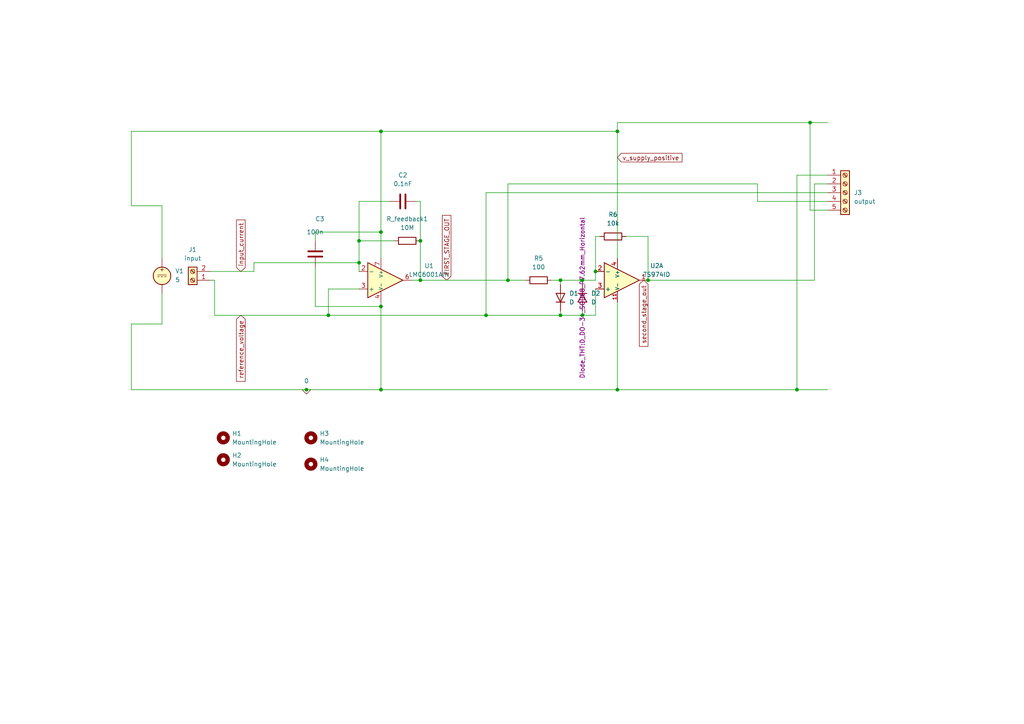
<source format=kicad_sch>
(kicad_sch (version 20230121) (generator eeschema)
  (paper "A4")
  (lib_symbols
    (symbol "Amplifier_Operational_AKL:LMC6001AIN" (pin_names (offset 0.2))
      (property "Reference" "U" (at 2.54 7.62 0))
      (property "Value" "LMC6001AIN" (at 2.54 5.08 0))
      (symbol "LMC6001AIN_0_1"
        (polyline (pts (xy -5.08 5.08) (xy -5.08 -5.08) (xy 5.08 0) (xy -5.08 5.08)) (stroke (width 0.254)) (fill (type background)))
      )
      (symbol "LMC6001AIN_1_1"
        (pin no_connect line (at 1.27 1.27 270) (length 2.54) hide (name "NC") (number "1"))
        (pin input line (at -7.62 2.54 0) (length 2.54) (name "-") (number "2"))
        (pin input line (at -7.62 -2.54 0) (length 2.54) (name "+") (number "3"))
        (pin power_in line (at -1.27 -6.35 90) (length 3.18) (name "V-") (number "4"))
        (pin no_connect line (at 0 -1.27 90) (length 2.54) hide (name "NC") (number "5"))
        (pin output line (at 7.62 0 180) (length 2.54) (name "~") (number "6"))
        (pin power_in line (at -1.27 6.35 270) (length 3.18) (name "V+") (number "7"))
        (pin no_connect line (at -2.54 -1.27 90) (length 2.54) hide (name "NC") (number "8"))
      )
    )
    (symbol "Amplifier_Operational_AKL:TS974ID" (pin_names (offset 0.2))
      (property "Reference" "U" (at 1.27 7.62 0))
      (property "Value" "TS974ID" (at 1.27 5.08 0))
      (symbol "TS974ID_0_1"
        (polyline (pts (xy -3.81 5.08) (xy -3.81 -5.08) (xy 6.35 0) (xy -3.81 5.08)) (stroke (width 0.254)) (fill (type background)))
      )
      (symbol "TS974ID_1_1"
        (pin output line (at 8.89 0 180) (length 2.54) (name "~") (number "1"))
        (pin power_in line (at 0 -6.35 90) (length 3.18) (name "V-") (number "11"))
        (pin input line (at -6.35 2.54 0) (length 2.54) (name "-") (number "2"))
        (pin input line (at -6.35 -2.54 0) (length 2.54) (name "+") (number "3"))
        (pin power_in line (at 0 6.35 270) (length 3.18) (name "V+") (number "4"))
      )
      (symbol "TS974ID_2_1"
        (pin input line (at -6.35 -2.54 0) (length 2.54) (name "+") (number "5"))
        (pin input line (at -6.35 2.54 0) (length 2.54) (name "-") (number "6"))
        (pin output line (at 8.89 0 180) (length 2.54) (name "~") (number "7"))
      )
      (symbol "TS974ID_3_1"
        (pin input line (at -6.35 -2.54 0) (length 2.54) (name "+") (number "10"))
        (pin output line (at 8.89 0 180) (length 2.54) (name "~") (number "8"))
        (pin input line (at -6.35 2.54 0) (length 2.54) (name "-") (number "9"))
      )
      (symbol "TS974ID_4_1"
        (pin input line (at -6.35 -2.54 0) (length 2.54) (name "+") (number "12"))
        (pin input line (at -6.35 2.54 0) (length 2.54) (name "-") (number "13"))
        (pin output line (at 8.89 0 180) (length 2.54) (name "~") (number "14"))
      )
    )
    (symbol "Capacitor_AKL:C_Rect_L13.0mm_W6.0mm_P10.00mm" (pin_numbers hide) (pin_names (offset 0.254))
      (property "Reference" "C" (at 0.635 2.54 0))
      (property "Value" "C_Rect_L13.0mm_W6.0mm_P10.00mm" (at 0.635 -2.54 0))
      (symbol "C_Rect_L13.0mm_W6.0mm_P10.00mm_0_1"
        (polyline (pts (xy -2.032 -0.762) (xy 2.032 -0.762)) (stroke (width 0.508)))
        (polyline (pts (xy -2.032 0.762) (xy 2.032 0.762)) (stroke (width 0.508)))
      )
      (symbol "C_Rect_L13.0mm_W6.0mm_P10.00mm_1_1"
        (pin passive line (at 0 3.81 270) (length 2.794) (name "~") (number "1"))
        (pin passive line (at 0 -3.81 90) (length 2.794) (name "~") (number "2"))
      )
    )
    (symbol "Connector:Screw_Terminal_01x02" (pin_names (offset 1.016) hide)
      (property "Reference" "J" (at 0 2.54 0))
      (property "Value" "Screw_Terminal_01x02" (at 0 -5.08 0))
      (symbol "Screw_Terminal_01x02_1_1"
        (rectangle (start -1.27 1.27) (end 1.27 -3.81) (stroke (width 0.254)) (fill (type background)))
        (circle (center 0 -2.54) (radius 0.635) (stroke (width 0.1524)))
        (polyline (pts (xy -0.5334 -2.2098) (xy 0.3302 -3.048)) (stroke (width 0.1524)))
        (polyline (pts (xy -0.5334 0.3302) (xy 0.3302 -0.508)) (stroke (width 0.1524)))
        (polyline (pts (xy -0.3556 -2.032) (xy 0.508 -2.8702)) (stroke (width 0.1524)))
        (polyline (pts (xy -0.3556 0.508) (xy 0.508 -0.3302)) (stroke (width 0.1524)))
        (circle (center 0 0) (radius 0.635) (stroke (width 0.1524)))
        (pin passive line (at -5.08 0 0) (length 3.81) (name "Pin_1") (number "1"))
        (pin passive line (at -5.08 -2.54 0) (length 3.81) (name "Pin_2") (number "2"))
      )
    )
    (symbol "Connector:Screw_Terminal_01x05" (pin_names (offset 1.016) hide)
      (property "Reference" "J" (at 0 7.62 0))
      (property "Value" "Screw_Terminal_01x05" (at 0 -7.62 0))
      (symbol "Screw_Terminal_01x05_1_1"
        (rectangle (start -1.27 6.35) (end 1.27 -6.35) (stroke (width 0.254)) (fill (type background)))
        (circle (center 0 -5.08) (radius 0.635) (stroke (width 0.1524)))
        (circle (center 0 -2.54) (radius 0.635) (stroke (width 0.1524)))
        (polyline (pts (xy -0.5334 -4.7498) (xy 0.3302 -5.588)) (stroke (width 0.1524)))
        (polyline (pts (xy -0.5334 -2.2098) (xy 0.3302 -3.048)) (stroke (width 0.1524)))
        (polyline (pts (xy -0.5334 0.3302) (xy 0.3302 -0.508)) (stroke (width 0.1524)))
        (polyline (pts (xy -0.5334 2.8702) (xy 0.3302 2.032)) (stroke (width 0.1524)))
        (polyline (pts (xy -0.5334 5.4102) (xy 0.3302 4.572)) (stroke (width 0.1524)))
        (polyline (pts (xy -0.3556 -4.572) (xy 0.508 -5.4102)) (stroke (width 0.1524)))
        (polyline (pts (xy -0.3556 -2.032) (xy 0.508 -2.8702)) (stroke (width 0.1524)))
        (polyline (pts (xy -0.3556 0.508) (xy 0.508 -0.3302)) (stroke (width 0.1524)))
        (polyline (pts (xy -0.3556 3.048) (xy 0.508 2.2098)) (stroke (width 0.1524)))
        (polyline (pts (xy -0.3556 5.588) (xy 0.508 4.7498)) (stroke (width 0.1524)))
        (circle (center 0 0) (radius 0.635) (stroke (width 0.1524)))
        (circle (center 0 2.54) (radius 0.635) (stroke (width 0.1524)))
        (circle (center 0 5.08) (radius 0.635) (stroke (width 0.1524)))
        (pin passive line (at -5.08 5.08 0) (length 3.81) (name "Pin_1") (number "1"))
        (pin passive line (at -5.08 2.54 0) (length 3.81) (name "Pin_2") (number "2"))
        (pin passive line (at -5.08 0 0) (length 3.81) (name "Pin_3") (number "3"))
        (pin passive line (at -5.08 -2.54 0) (length 3.81) (name "Pin_4") (number "4"))
        (pin passive line (at -5.08 -5.08 0) (length 3.81) (name "Pin_5") (number "5"))
      )
    )
    (symbol "Device:C" (pin_numbers hide) (pin_names (offset 0.254))
      (property "Reference" "C" (at 0.635 2.54 0))
      (property "Value" "C" (at 0.635 -2.54 0))
      (symbol "C_0_1"
        (polyline (pts (xy -2.032 -0.762) (xy 2.032 -0.762)) (stroke (width 0.508)))
        (polyline (pts (xy -2.032 0.762) (xy 2.032 0.762)) (stroke (width 0.508)))
      )
      (symbol "C_1_1"
        (pin passive line (at 0 3.81 270) (length 2.794) (name "~") (number "1"))
        (pin passive line (at 0 -3.81 90) (length 2.794) (name "~") (number "2"))
      )
    )
    (symbol "Device:D" (pin_numbers hide) (pin_names (offset 1.016) hide)
      (property "Reference" "D" (at 0 2.54 0))
      (property "Value" "D" (at 0 -2.54 0))
      (symbol "D_0_1"
        (polyline (pts (xy -1.27 1.27) (xy -1.27 -1.27)) (stroke (width 0.254)))
        (polyline (pts (xy 1.27 0) (xy -1.27 0)))
        (polyline (pts (xy 1.27 1.27) (xy 1.27 -1.27) (xy -1.27 0) (xy 1.27 1.27)) (stroke (width 0.254)))
      )
      (symbol "D_1_1"
        (pin passive line (at -3.81 0 0) (length 2.54) (name "K") (number "1"))
        (pin passive line (at 3.81 0 180) (length 2.54) (name "A") (number "2"))
      )
    )
    (symbol "Device:R" (pin_numbers hide) (pin_names (offset 0))
      (property "Reference" "R" (at 2.032 0 90))
      (property "Value" "R" (at 0 0 90))
      (symbol "R_0_1"
        (rectangle (start -1.016 -2.54) (end 1.016 2.54) (stroke (width 0.254)))
      )
      (symbol "R_1_1"
        (pin passive line (at 0 3.81 270) (length 1.27) (name "~") (number "1"))
        (pin passive line (at 0 -3.81 90) (length 1.27) (name "~") (number "2"))
      )
    )
    (symbol "Mechanical:MountingHole" (pin_names (offset 1.016))
      (property "Reference" "H" (at 0 5.08 0))
      (property "Value" "MountingHole" (at 0 3.175 0))
      (symbol "MountingHole_0_1"
        (circle (center 0 0) (radius 1.27) (stroke (width 1.27)))
      )
    )
    (symbol "Simulation_SPICE:0" (power) (pin_names (offset 0))
      (property "Value" "0" (at 0 -1.778 0))
      (symbol "0_0_1"
        (polyline (pts (xy -1.27 0) (xy 0 -1.27) (xy 1.27 0) (xy -1.27 0)))
      )
      (symbol "0_1_1"
        (pin power_in line (at 0 0 0) (length 0) hide (name "0") (number "1"))
      )
    )
    (symbol "Simulation_SPICE:VDC" (pin_numbers hide) (pin_names (offset 0.0254))
      (property "Reference" "V" (at 2.54 2.54 0))
      (property "Value" "1" (at 2.54 0 0))
      (symbol "VDC_0_0"
        (polyline (pts (xy -1.27 0.254) (xy 1.27 0.254)))
        (polyline (pts (xy -0.762 -0.254) (xy -1.27 -0.254)))
        (polyline (pts (xy 0.254 -0.254) (xy -0.254 -0.254)))
        (polyline (pts (xy 1.27 -0.254) (xy 0.762 -0.254)))
        (text "+" (at 0 1.905 0) (effects (font (size 1.27 1.27))))
      )
      (symbol "VDC_0_1"
        (circle (center 0 0) (radius 2.54) (stroke (width 0.254)) (fill (type background)))
      )
      (symbol "VDC_1_1"
        (pin passive line (at 0 5.08 270) (length 2.54) (name "~") (number "1"))
        (pin passive line (at 0 -5.08 90) (length 2.54) (name "~") (number "2"))
      )
    )
  )
  (junction (at 121.92 69.85))
  (junction (at 187.96 81.28))
  (junction (at 179.07 38.1))
  (junction (at 168.91 91.44))
  (junction (at 231.14 113.03))
  (junction (at 110.49 88.9))
  (junction (at 110.49 38.1))
  (junction (at 110.49 113.03))
  (junction (at 104.14 69.85))
  (junction (at 179.07 113.03))
  (junction (at 110.49 67.31))
  (junction (at 140.97 91.44))
  (junction (at 95.25 91.44))
  (junction (at 147.32 81.28))
  (junction (at 121.92 81.28))
  (junction (at 162.56 81.28))
  (junction (at 168.91 81.28))
  (junction (at 88.9 113.03))
  (junction (at 234.95 35.56))
  (junction (at 104.14 76.2))
  (junction (at 162.56 91.44))
  (junction (at 172.72 78.74))
  (wire (pts (xy 147.32 53.34) (xy 219.71 53.34)))
  (wire (pts (xy 110.49 67.31) (xy 110.49 74.93)))
  (wire (pts (xy 172.72 78.74) (xy 172.72 68.58)))
  (wire (pts (xy 172.72 81.28) (xy 172.72 78.74)))
  (wire (pts (xy 187.96 68.58) (xy 187.96 81.28)))
  (wire (pts (xy 231.14 50.8) (xy 240.03 50.8)))
  (wire (pts (xy 234.95 35.56) (xy 234.95 60.96)))
  (wire (pts (xy 236.22 53.34) (xy 240.03 53.34)))
  (wire (pts (xy 119.38 81.28) (xy 121.92 81.28)))
  (wire (pts (xy 168.91 81.28) (xy 172.72 81.28)))
  (wire (pts (xy 62.23 91.44) (xy 95.25 91.44)))
  (wire (pts (xy 73.66 76.2) (xy 73.66 78.74)))
  (wire (pts (xy 162.56 81.28) (xy 162.56 82.55)))
  (wire (pts (xy 168.91 81.28) (xy 168.91 82.55)))
  (wire (pts (xy 38.1 59.69) (xy 46.99 59.69)))
  (wire (pts (xy 172.72 91.44) (xy 172.72 83.82)))
  (wire (pts (xy 168.91 91.44) (xy 172.72 91.44)))
  (wire (pts (xy 187.96 81.28) (xy 236.22 81.28)))
  (wire (pts (xy 38.1 38.1) (xy 110.49 38.1)))
  (wire (pts (xy 179.07 113.03) (xy 231.14 113.03)))
  (wire (pts (xy 179.07 38.1) (xy 179.07 74.93)))
  (wire (pts (xy 38.1 59.69) (xy 38.1 38.1)))
  (wire (pts (xy 110.49 113.03) (xy 179.07 113.03)))
  (wire (pts (xy 121.92 58.42) (xy 120.65 58.42)))
  (wire (pts (xy 179.07 35.56) (xy 179.07 38.1)))
  (wire (pts (xy 95.25 91.44) (xy 95.25 83.82)))
  (wire (pts (xy 219.71 58.42) (xy 240.03 58.42)))
  (wire (pts (xy 104.14 69.85) (xy 114.3 69.85)))
  (wire (pts (xy 172.72 68.58) (xy 173.99 68.58)))
  (wire (pts (xy 73.66 78.74) (xy 60.96 78.74)))
  (wire (pts (xy 160.02 81.28) (xy 162.56 81.28)))
  (wire (pts (xy 140.97 55.88) (xy 140.97 91.44)))
  (wire (pts (xy 121.92 81.28) (xy 147.32 81.28)))
  (wire (pts (xy 88.9 113.03) (xy 110.49 113.03)))
  (wire (pts (xy 104.14 76.2) (xy 104.14 78.74)))
  (wire (pts (xy 219.71 53.34) (xy 219.71 58.42)))
  (wire (pts (xy 231.14 113.03) (xy 240.03 113.03)))
  (wire (pts (xy 121.92 81.28) (xy 121.92 69.85)))
  (wire (pts (xy 91.44 88.9) (xy 91.44 77.47)))
  (wire (pts (xy 110.49 88.9) (xy 91.44 88.9)))
  (wire (pts (xy 179.07 35.56) (xy 234.95 35.56)))
  (wire (pts (xy 91.44 69.85) (xy 91.44 67.31)))
  (wire (pts (xy 179.07 87.63) (xy 179.07 113.03)))
  (wire (pts (xy 95.25 91.44) (xy 140.97 91.44)))
  (wire (pts (xy 110.49 38.1) (xy 110.49 67.31)))
  (wire (pts (xy 110.49 87.63) (xy 110.49 88.9)))
  (wire (pts (xy 46.99 93.98) (xy 38.1 93.98)))
  (wire (pts (xy 234.95 35.56) (xy 240.03 35.56)))
  (wire (pts (xy 110.49 38.1) (xy 179.07 38.1)))
  (wire (pts (xy 231.14 50.8) (xy 231.14 113.03)))
  (wire (pts (xy 104.14 58.42) (xy 104.14 69.85)))
  (wire (pts (xy 162.56 81.28) (xy 168.91 81.28)))
  (wire (pts (xy 168.91 90.17) (xy 168.91 91.44)))
  (wire (pts (xy 162.56 90.17) (xy 162.56 91.44)))
  (wire (pts (xy 62.23 81.28) (xy 60.96 81.28)))
  (wire (pts (xy 73.66 76.2) (xy 104.14 76.2)))
  (wire (pts (xy 62.23 91.44) (xy 62.23 81.28)))
  (wire (pts (xy 38.1 113.03) (xy 88.9 113.03)))
  (wire (pts (xy 147.32 81.28) (xy 147.32 53.34)))
  (wire (pts (xy 147.32 81.28) (xy 152.4 81.28)))
  (wire (pts (xy 113.03 58.42) (xy 104.14 58.42)))
  (wire (pts (xy 186.69 81.28) (xy 187.96 81.28)))
  (wire (pts (xy 46.99 85.09) (xy 46.99 93.98)))
  (wire (pts (xy 236.22 81.28) (xy 236.22 53.34)))
  (wire (pts (xy 240.03 55.88) (xy 140.97 55.88)))
  (wire (pts (xy 46.99 74.93) (xy 46.99 59.69)))
  (wire (pts (xy 110.49 88.9) (xy 110.49 113.03)))
  (wire (pts (xy 95.25 83.82) (xy 104.14 83.82)))
  (wire (pts (xy 104.14 76.2) (xy 104.14 69.85)))
  (wire (pts (xy 240.03 60.96) (xy 234.95 60.96)))
  (wire (pts (xy 38.1 93.98) (xy 38.1 113.03)))
  (wire (pts (xy 181.61 68.58) (xy 187.96 68.58)))
  (wire (pts (xy 162.56 91.44) (xy 168.91 91.44)))
  (wire (pts (xy 140.97 91.44) (xy 162.56 91.44)))
  (wire (pts (xy 121.92 69.85) (xy 121.92 58.42)))
  (wire (pts (xy 91.44 67.31) (xy 110.49 67.31)))
  (global_label "input_current" (shape input) (at 69.85 78.74 90) (property "Intersheetrefs" "${INTERSHEET_REFS}" (effects hide)))
  (global_label "FIRST_STAGE_OUT" (shape input) (at 129.54 81.28 90) (property "Intersheetrefs" "${INTERSHEET_REFS}" (effects hide)))
  (global_label "second_stage_out" (shape input) (at 186.69 81.28 270) (property "Intersheetrefs" "${INTERSHEET_REFS}" (effects hide)))
  (global_label "v_supply_positive" (shape input) (at 179.07 45.72 0) (property "Intersheetrefs" "${INTERSHEET_REFS}" (effects hide)))
  (global_label "reference_voltage" (shape input) (at 69.85 91.44 270) (property "Intersheetrefs" "${INTERSHEET_REFS}" (effects hide)))
  (symbol (lib_id "Device:R") (at 177.8 68.58 90) (unit 1)
    (property "Reference" "R6" (at 177.8 62.23 90))
    (property "Value" "10k" (at 177.8 64.77 90))
    (property "Footprint" "Resistor_THT:R_Axial_DIN0207_L6.3mm_D2.5mm_P10.16mm_Horizontal" (effects hide))
  )
  (symbol (lib_id "Mechanical:MountingHole") (at 90.17 127 0) (unit 1)
    (property "Reference" "H3" (at 92.71 125.73 0) (effects (justify left)))
    (property "Value" "MountingHole" (at 92.71 128.27 0) (effects (justify left)))
    (property "Footprint" "MountingHole:MountingHole_3.2mm_M3_DIN965" (effects hide))
  )
  (symbol (lib_id "Device:D") (at 168.91 86.36 270) (unit 1)
    (property "Reference" "D2" (at 171.45 85.09 90) (effects (justify left)))
    (property "Value" "D" (at 171.45 87.63 90) (effects (justify left)))
    (property "Footprint" "Diode_THT:D_DO-34_SOD68_P7.62mm_Horizontal" (at 168.91 86.36 0))
    (property "Sim.Device" "D" (effects hide))
    (property "Sim.Pins" "1=K 2=A" (effects hide))
  )
  (symbol (lib_id "Connector:Screw_Terminal_01x05") (at 245.11 55.88 0) (unit 1)
    (property "Reference" "J3" (at 247.65 55.88 0) (effects (justify left)))
    (property "Value" "output" (at 247.65 58.42 0) (effects (justify left)))
    (property "Footprint" "TerminalBlock_MetzConnect:TerminalBlock_MetzConnect_Type101_RT01605HBWC_1x05_P5.08mm_Horizontal" (effects hide))
    (property "Sim.Device" "R" (effects hide))
    (property "Sim.Pins" "1=+ 2=-" (effects hide))
    (property "Sim.Params" "r=1G" (effects hide))
  )
  (symbol (lib_id "Device:R") (at 156.21 81.28 270) (unit 1)
    (property "Reference" "R5" (at 156.21 74.93 90))
    (property "Value" "100" (at 156.21 77.47 90))
    (property "Footprint" "Resistor_THT:R_Axial_DIN0207_L6.3mm_D2.5mm_P10.16mm_Horizontal" (effects hide))
  )
  (symbol (lib_id "Device:R") (at 118.11 69.85 90) (unit 1)
    (property "Reference" "R_feedback1" (at 118.11 63.5 90))
    (property "Value" "10M" (at 118.11 66.04 90))
    (property "Footprint" "Resistor_THT:R_Axial_DIN0207_L6.3mm_D2.5mm_P10.16mm_Horizontal" (effects hide))
  )
  (symbol (lib_id "Capacitor_AKL:C_Rect_L13.0mm_W6.0mm_P10.00mm") (at 116.84 58.42 90) (unit 1)
    (property "Reference" "C2" (at 116.84 50.8 90))
    (property "Value" "0.1nF" (at 116.84 53.34 90))
    (property "Footprint" "Capacitor_THT_AKL:C_Rect_L13.0mm_W6.0mm_P10.00mm_FKS3_FKP3_MKS4" (effects hide))
  )
  (symbol (lib_id "Mechanical:MountingHole") (at 64.77 133.35 0) (unit 1)
    (property "Reference" "H2" (at 67.31 132.08 0) (effects (justify left)))
    (property "Value" "MountingHole" (at 67.31 134.62 0) (effects (justify left)))
    (property "Footprint" "MountingHole:MountingHole_3.2mm_M3_DIN965" (effects hide))
  )
  (symbol (lib_id "Device:D") (at 162.56 86.36 90) (unit 1)
    (property "Reference" "D1" (at 165.1 85.09 90) (effects (justify right)))
    (property "Value" "D" (at 165.1 87.63 90) (effects (justify right)))
    (property "Footprint" "Diode_THT:D_DO-41_SOD81_P7.62mm_Horizontal" (effects hide))
    (property "Sim.Device" "D" (effects hide))
    (property "Sim.Pins" "1=K 2=A" (effects hide))
  )
  (symbol (lib_id "Mechanical:MountingHole") (at 90.17 134.62 0) (unit 1)
    (property "Reference" "H4" (at 92.71 133.35 0) (effects (justify left)))
    (property "Value" "MountingHole" (at 92.71 135.89 0) (effects (justify left)))
    (property "Footprint" "MountingHole:MountingHole_3.2mm_M3_DIN965" (effects hide))
  )
  (symbol (lib_id "Connector:Screw_Terminal_01x02") (at 55.88 81.28 180) (unit 1)
    (property "Reference" "J1" (at 55.88 72.39 0))
    (property "Value" "input" (at 55.88 74.93 0))
    (property "Footprint" "TerminalBlock_MetzConnect:TerminalBlock_MetzConnect_Type101_RT01602HBWC_1x02_P5.08mm_Horizontal" (effects hide))
    (property "Sim.Device" "I" (effects hide))
    (property "Sim.Type" "SIN" (effects hide))
    (property "Sim.Pins" "1=+ 2=-" (effects hide))
    (property "Sim.Params" "dc=0 ampl=1n f=100" (effects hide))
  )
  (symbol (lib_id "Mechanical:MountingHole") (at 64.77 127 0) (unit 1)
    (property "Reference" "H1" (at 67.31 125.73 0) (effects (justify left)))
    (property "Value" "MountingHole" (at 67.31 128.27 0) (effects (justify left)))
    (property "Footprint" "MountingHole:MountingHole_3.2mm_M3_DIN965" (effects hide))
  )
  (symbol (lib_id "Amplifier_Operational_AKL:TS974ID") (at 179.07 81.28 0) (unit 1)
    (property "Reference" "U2" (at 190.5 77.0891 0))
    (property "Value" "TS974ID" (at 190.5 79.6291 0))
    (property "Footprint" "Package_DIP:DIP-16_W7.62mm" (effects hide))
    (property "Datasheet" "https://www.st.com/resource/en/datasheet/ts971.pdf" (effects hide))
    (property "Sim.Library" "/home/fbo/Documents/_frei/2023_11_atmo_stroeme_ursula/spice_models/ts974.txt" (effects hide))
    (property "Sim.Name" "TS974_quad" (effects hide))
    (property "Sim.Device" "SUBCKT" (effects hide))
    (property "Sim.Pins" "1=1out 2=1in- 3=1in+ 4=v+ 5=2in+ 6=2in- 7=2out 8=3out 9=3in- 10=3in+ 11=v- 12=4in+ 13=4in- 14=4out" (effects hide))
  )
  (symbol (lib_id "Amplifier_Operational_AKL:LMC6001AIN") (at 111.76 81.28 0) (unit 1)
    (property "Reference" "U1" (at 124.46 77.0891 0))
    (property "Value" "LMC6001AIN" (at 124.46 79.6291 0))
    (property "Footprint" "Package_DIP_AKL:DIP-8_W7.62mm_LongPads" (effects hide))
    (property "Datasheet" "https://www.ti.com/lit/ds/symlink/lmc6001.pdf?ts=1630849364692&ref_url=https%253A%252F%252Fwww.google.com%252F" (effects hide))
    (property "Sim.Library" "/home/fbo/Documents/_frei/2023_11_atmo_stroeme_ursula/spice_models/snom216b/LMC6001A.LIB" (effects hide))
    (property "Sim.Name" "LMC6001A" (effects hide))
    (property "Sim.Device" "SUBCKT" (effects hide))
    (property "Sim.Pins" "2=2 3=1 4=50 6=28 7=99" (effects hide))
  )
  (symbol (lib_id "Simulation_SPICE:VDC") (at 46.99 80.01 0) (unit 1)
    (property "Reference" "V1" (at 50.8 78.6102 0) (effects (justify left)))
    (property "Value" "5" (at 50.8 81.1502 0) (effects (justify left)))
    (property "Sim.Pins" "1=+ 2=-" (effects hide))
    (property "Sim.Type" "DC" (effects hide))
    (property "Sim.Device" "V" (effects hide))
  )
  (symbol (lib_id "Simulation_SPICE:0") (at 88.9 113.03 0) (unit 1)
    (property "Reference" "#GND01" (effects hide))
    (property "Value" "0" (at 88.9 110.49 0))
  )
  (symbol (lib_id "Device:C") (at 91.44 73.66 0) (unit 1)
    (property "Reference" "C3" (at 91.44 63.5 0) (effects (justify left)))
    (property "Value" "100n" (at 88.9 67.31 0) (effects (justify left)))
    (property "Footprint" "Capacitor_THT_AKL:C_Disc_D7.5mm_W2.5mm_P5.00mm" (effects hide))
    (property "Sim.Device" "C" (effects hide))
    (property "Sim.Pins" "1=+ 2=-" (effects hide))
  )
)
</source>
